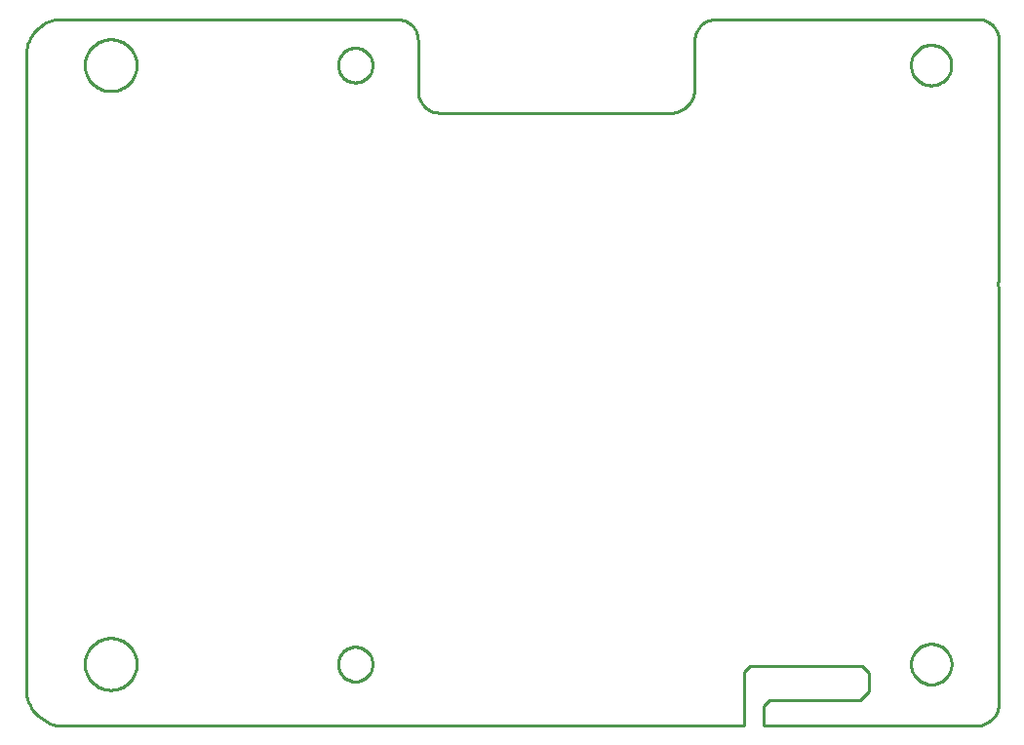
<source format=gbr>
G04 EAGLE Gerber RS-274X export*
G75*
%MOMM*%
%FSLAX34Y34*%
%LPD*%
%IN*%
%IPPOS*%
%AMOC8*
5,1,8,0,0,1.08239X$1,22.5*%
G01*
%ADD10C,0.254000*%


D10*
X87630Y114300D02*
X87960Y112646D01*
X88738Y109780D01*
X89763Y106993D01*
X91027Y104306D01*
X92521Y101739D01*
X94232Y99312D01*
X96149Y97043D01*
X98256Y94950D01*
X100537Y93049D01*
X102976Y91354D01*
X105553Y89877D01*
X108248Y88631D01*
X111042Y87625D01*
X113914Y86866D01*
X116840Y86360D01*
X710946Y86360D01*
X710946Y133096D01*
X716026Y138430D01*
X813308Y138430D01*
X819404Y132334D01*
X819404Y115824D01*
X812038Y108458D01*
X733298Y108458D01*
X728218Y103378D01*
X728218Y86360D01*
X910590Y86360D01*
X911644Y86304D01*
X913400Y86334D01*
X915146Y86517D01*
X916870Y86851D01*
X918559Y87335D01*
X920199Y87963D01*
X921777Y88732D01*
X923283Y89636D01*
X924704Y90668D01*
X926030Y91819D01*
X927251Y93082D01*
X928357Y94446D01*
X929339Y95902D01*
X930191Y97437D01*
X930906Y99042D01*
X931479Y100702D01*
X931905Y102406D01*
X932180Y104140D01*
X932180Y467360D01*
X931968Y467591D01*
X931778Y467840D01*
X931609Y468104D01*
X931464Y468382D01*
X931345Y468671D01*
X931250Y468970D01*
X931182Y469276D01*
X931142Y469587D01*
X931128Y469900D01*
X931142Y470213D01*
X931182Y470524D01*
X931250Y470830D01*
X931345Y471129D01*
X931464Y471418D01*
X931609Y471696D01*
X931778Y471960D01*
X931968Y472209D01*
X932180Y472440D01*
X932180Y680720D01*
X932224Y681988D01*
X932154Y683540D01*
X931950Y685080D01*
X931612Y686595D01*
X931143Y688076D01*
X930547Y689510D01*
X929828Y690887D01*
X928992Y692196D01*
X928045Y693427D01*
X926995Y694571D01*
X925848Y695619D01*
X924615Y696563D01*
X923304Y697395D01*
X921926Y698111D01*
X920490Y698704D01*
X919008Y699169D01*
X917492Y699503D01*
X915952Y699704D01*
X914400Y699770D01*
X687070Y699770D01*
X686100Y699761D01*
X684468Y699632D01*
X682854Y699362D01*
X681269Y698952D01*
X679726Y698406D01*
X678237Y697727D01*
X676812Y696920D01*
X675463Y695993D01*
X674201Y694952D01*
X673033Y693805D01*
X671970Y692560D01*
X671020Y691227D01*
X670190Y689817D01*
X669485Y688339D01*
X668912Y686806D01*
X668475Y685229D01*
X668177Y683619D01*
X668020Y681990D01*
X668020Y638810D01*
X667996Y638251D01*
X667812Y636432D01*
X667470Y634635D01*
X666973Y632875D01*
X666325Y631165D01*
X665530Y629517D01*
X664595Y627946D01*
X663526Y626462D01*
X662331Y625077D01*
X661021Y623801D01*
X659604Y622644D01*
X658092Y621615D01*
X656496Y620722D01*
X654829Y619971D01*
X653102Y619368D01*
X651329Y618919D01*
X649524Y618625D01*
X647700Y618490D01*
X448310Y618490D01*
X447665Y618469D01*
X445975Y618517D01*
X444296Y618711D01*
X442640Y619051D01*
X441021Y619534D01*
X439449Y620157D01*
X437938Y620914D01*
X436498Y621800D01*
X435142Y622807D01*
X433878Y623930D01*
X432716Y625158D01*
X431667Y626483D01*
X430736Y627894D01*
X429933Y629381D01*
X429262Y630932D01*
X428728Y632536D01*
X428337Y634181D01*
X428090Y635853D01*
X427990Y637540D01*
X427990Y681990D01*
X427949Y682923D01*
X427771Y684492D01*
X427457Y686040D01*
X427009Y687555D01*
X426430Y689025D01*
X425726Y690439D01*
X424901Y691786D01*
X423962Y693056D01*
X422916Y694239D01*
X421771Y695327D01*
X420535Y696311D01*
X419218Y697183D01*
X417830Y697937D01*
X416382Y698568D01*
X414884Y699070D01*
X413349Y699439D01*
X411787Y699673D01*
X410210Y699770D01*
X119380Y699770D01*
X118110Y699770D01*
X115401Y699596D01*
X112717Y699187D01*
X110078Y698545D01*
X107506Y697676D01*
X105020Y696586D01*
X102638Y695284D01*
X100378Y693779D01*
X98258Y692082D01*
X96294Y690208D01*
X94501Y688169D01*
X92893Y685982D01*
X91481Y683663D01*
X90277Y681229D01*
X89289Y678700D01*
X88526Y676095D01*
X87992Y673433D01*
X87693Y670734D01*
X87630Y668020D01*
X87630Y114300D01*
X183790Y659261D02*
X183720Y658000D01*
X183578Y656745D01*
X183367Y655501D01*
X183086Y654270D01*
X182736Y653056D01*
X182319Y651865D01*
X181836Y650698D01*
X181288Y649561D01*
X180678Y648456D01*
X180006Y647387D01*
X179275Y646357D01*
X178488Y645370D01*
X177647Y644428D01*
X176754Y643535D01*
X175812Y642694D01*
X174825Y641907D01*
X173796Y641176D01*
X172726Y640504D01*
X171621Y639894D01*
X170484Y639346D01*
X169317Y638863D01*
X168126Y638446D01*
X166912Y638096D01*
X165681Y637815D01*
X164437Y637604D01*
X163182Y637462D01*
X161921Y637392D01*
X160659Y637392D01*
X159398Y637462D01*
X158143Y637604D01*
X156899Y637815D01*
X155668Y638096D01*
X154454Y638446D01*
X153263Y638863D01*
X152096Y639346D01*
X150959Y639894D01*
X149854Y640504D01*
X148785Y641176D01*
X147755Y641907D01*
X146768Y642694D01*
X145826Y643535D01*
X144933Y644428D01*
X144092Y645370D01*
X143305Y646357D01*
X142574Y647387D01*
X141902Y648456D01*
X141292Y649561D01*
X140744Y650698D01*
X140261Y651865D01*
X139844Y653056D01*
X139494Y654270D01*
X139213Y655501D01*
X139002Y656745D01*
X138860Y658000D01*
X138790Y659261D01*
X138790Y660523D01*
X138860Y661784D01*
X139002Y663039D01*
X139213Y664283D01*
X139494Y665514D01*
X139844Y666728D01*
X140261Y667919D01*
X140744Y669086D01*
X141292Y670223D01*
X141902Y671328D01*
X142574Y672398D01*
X143305Y673427D01*
X144092Y674414D01*
X144933Y675356D01*
X145826Y676249D01*
X146768Y677090D01*
X147755Y677877D01*
X148785Y678608D01*
X149854Y679280D01*
X150959Y679890D01*
X152096Y680438D01*
X153263Y680921D01*
X154454Y681338D01*
X155668Y681688D01*
X156899Y681969D01*
X158143Y682180D01*
X159398Y682322D01*
X160659Y682392D01*
X161921Y682392D01*
X163182Y682322D01*
X164437Y682180D01*
X165681Y681969D01*
X166912Y681688D01*
X168126Y681338D01*
X169317Y680921D01*
X170484Y680438D01*
X171621Y679890D01*
X172726Y679280D01*
X173796Y678608D01*
X174825Y677877D01*
X175812Y677090D01*
X176754Y676249D01*
X177647Y675356D01*
X178488Y674414D01*
X179275Y673427D01*
X180006Y672398D01*
X180678Y671328D01*
X181288Y670223D01*
X181836Y669086D01*
X182319Y667919D01*
X182736Y666728D01*
X183086Y665514D01*
X183367Y664283D01*
X183578Y663039D01*
X183720Y661784D01*
X183790Y660523D01*
X183790Y659261D01*
X183790Y139323D02*
X183720Y138062D01*
X183578Y136807D01*
X183367Y135563D01*
X183086Y134332D01*
X182736Y133118D01*
X182319Y131927D01*
X181836Y130760D01*
X181288Y129623D01*
X180678Y128518D01*
X180006Y127449D01*
X179275Y126419D01*
X178488Y125432D01*
X177647Y124490D01*
X176754Y123597D01*
X175812Y122756D01*
X174825Y121969D01*
X173796Y121238D01*
X172726Y120566D01*
X171621Y119956D01*
X170484Y119408D01*
X169317Y118925D01*
X168126Y118508D01*
X166912Y118158D01*
X165681Y117877D01*
X164437Y117666D01*
X163182Y117524D01*
X161921Y117454D01*
X160659Y117454D01*
X159398Y117524D01*
X158143Y117666D01*
X156899Y117877D01*
X155668Y118158D01*
X154454Y118508D01*
X153263Y118925D01*
X152096Y119408D01*
X150959Y119956D01*
X149854Y120566D01*
X148785Y121238D01*
X147755Y121969D01*
X146768Y122756D01*
X145826Y123597D01*
X144933Y124490D01*
X144092Y125432D01*
X143305Y126419D01*
X142574Y127449D01*
X141902Y128518D01*
X141292Y129623D01*
X140744Y130760D01*
X140261Y131927D01*
X139844Y133118D01*
X139494Y134332D01*
X139213Y135563D01*
X139002Y136807D01*
X138860Y138062D01*
X138790Y139323D01*
X138790Y140585D01*
X138860Y141846D01*
X139002Y143101D01*
X139213Y144345D01*
X139494Y145576D01*
X139844Y146790D01*
X140261Y147981D01*
X140744Y149148D01*
X141292Y150285D01*
X141902Y151390D01*
X142574Y152460D01*
X143305Y153489D01*
X144092Y154476D01*
X144933Y155418D01*
X145826Y156311D01*
X146768Y157152D01*
X147755Y157939D01*
X148785Y158670D01*
X149854Y159342D01*
X150959Y159952D01*
X152096Y160500D01*
X153263Y160983D01*
X154454Y161400D01*
X155668Y161750D01*
X156899Y162031D01*
X158143Y162242D01*
X159398Y162384D01*
X160659Y162454D01*
X161921Y162454D01*
X163182Y162384D01*
X164437Y162242D01*
X165681Y162031D01*
X166912Y161750D01*
X168126Y161400D01*
X169317Y160983D01*
X170484Y160500D01*
X171621Y159952D01*
X172726Y159342D01*
X173796Y158670D01*
X174825Y157939D01*
X175812Y157152D01*
X176754Y156311D01*
X177647Y155418D01*
X178488Y154476D01*
X179275Y153489D01*
X180006Y152460D01*
X180678Y151390D01*
X181288Y150285D01*
X181836Y149148D01*
X182319Y147981D01*
X182736Y146790D01*
X183086Y145576D01*
X183367Y144345D01*
X183578Y143101D01*
X183720Y141846D01*
X183790Y140585D01*
X183790Y139323D01*
X891180Y139253D02*
X891105Y138106D01*
X890955Y136967D01*
X890731Y135840D01*
X890434Y134731D01*
X890065Y133643D01*
X889625Y132581D01*
X889117Y131551D01*
X888542Y130556D01*
X887904Y129601D01*
X887205Y128689D01*
X886447Y127825D01*
X885635Y127013D01*
X884771Y126255D01*
X883860Y125556D01*
X882904Y124918D01*
X881909Y124343D01*
X880879Y123835D01*
X879817Y123395D01*
X878730Y123026D01*
X877620Y122729D01*
X876493Y122505D01*
X875354Y122355D01*
X874207Y122280D01*
X873059Y122280D01*
X871912Y122355D01*
X870773Y122505D01*
X869646Y122729D01*
X868537Y123026D01*
X867449Y123395D01*
X866387Y123835D01*
X865357Y124343D01*
X864362Y124918D01*
X863407Y125556D01*
X862495Y126255D01*
X861631Y127013D01*
X860819Y127825D01*
X860061Y128689D01*
X859362Y129601D01*
X858724Y130556D01*
X858149Y131551D01*
X857641Y132581D01*
X857201Y133643D01*
X856832Y134731D01*
X856535Y135840D01*
X856311Y136967D01*
X856161Y138106D01*
X856086Y139253D01*
X856086Y140401D01*
X856161Y141548D01*
X856311Y142687D01*
X856535Y143814D01*
X856832Y144924D01*
X857201Y146011D01*
X857641Y147073D01*
X858149Y148103D01*
X858724Y149098D01*
X859362Y150054D01*
X860061Y150965D01*
X860819Y151829D01*
X861631Y152641D01*
X862495Y153399D01*
X863407Y154098D01*
X864362Y154736D01*
X865357Y155311D01*
X866387Y155819D01*
X867449Y156259D01*
X868537Y156628D01*
X869646Y156925D01*
X870773Y157149D01*
X871912Y157299D01*
X873059Y157374D01*
X874207Y157374D01*
X875354Y157299D01*
X876493Y157149D01*
X877620Y156925D01*
X878730Y156628D01*
X879817Y156259D01*
X880879Y155819D01*
X881909Y155311D01*
X882904Y154736D01*
X883860Y154098D01*
X884771Y153399D01*
X885635Y152641D01*
X886447Y151829D01*
X887205Y150965D01*
X887904Y150054D01*
X888542Y149098D01*
X889117Y148103D01*
X889625Y147073D01*
X890065Y146011D01*
X890434Y144924D01*
X890731Y143814D01*
X890955Y142687D01*
X891105Y141548D01*
X891180Y140401D01*
X891180Y139253D01*
X891053Y659368D02*
X890978Y658222D01*
X890828Y657083D01*
X890604Y655956D01*
X890307Y654846D01*
X889938Y653758D01*
X889498Y652697D01*
X888990Y651667D01*
X888415Y650672D01*
X887777Y649716D01*
X887078Y648805D01*
X886320Y647941D01*
X885508Y647129D01*
X884644Y646371D01*
X883733Y645672D01*
X882777Y645033D01*
X881782Y644459D01*
X880752Y643951D01*
X879690Y643511D01*
X878603Y643142D01*
X877493Y642845D01*
X876366Y642620D01*
X875227Y642471D01*
X874080Y642395D01*
X872932Y642395D01*
X871785Y642471D01*
X870646Y642620D01*
X869519Y642845D01*
X868410Y643142D01*
X867322Y643511D01*
X866260Y643951D01*
X865230Y644459D01*
X864235Y645033D01*
X863280Y645672D01*
X862368Y646371D01*
X861504Y647129D01*
X860692Y647941D01*
X859934Y648805D01*
X859235Y649716D01*
X858597Y650672D01*
X858022Y651667D01*
X857514Y652697D01*
X857074Y653758D01*
X856705Y654846D01*
X856408Y655956D01*
X856184Y657083D01*
X856034Y658222D01*
X855959Y659368D01*
X855959Y660517D01*
X856034Y661664D01*
X856184Y662803D01*
X856408Y663930D01*
X856705Y665039D01*
X857074Y666127D01*
X857514Y667189D01*
X858022Y668219D01*
X858597Y669214D01*
X859235Y670169D01*
X859934Y671081D01*
X860692Y671945D01*
X861504Y672757D01*
X862368Y673514D01*
X863280Y674214D01*
X864235Y674852D01*
X865230Y675427D01*
X866260Y675935D01*
X867322Y676374D01*
X868410Y676744D01*
X869519Y677041D01*
X870646Y677265D01*
X871785Y677415D01*
X872932Y677490D01*
X874080Y677490D01*
X875227Y677415D01*
X876366Y677265D01*
X877493Y677041D01*
X878603Y676744D01*
X879690Y676374D01*
X880752Y675935D01*
X881782Y675427D01*
X882777Y674852D01*
X883733Y674214D01*
X884644Y673514D01*
X885508Y672757D01*
X886320Y671945D01*
X887078Y671081D01*
X887777Y670169D01*
X888415Y669214D01*
X888990Y668219D01*
X889498Y667189D01*
X889938Y666127D01*
X890307Y665039D01*
X890604Y663930D01*
X890828Y662803D01*
X890978Y661664D01*
X891053Y660517D01*
X891053Y659368D01*
X388634Y659356D02*
X388558Y658288D01*
X388405Y657227D01*
X388177Y656180D01*
X387875Y655152D01*
X387501Y654148D01*
X387056Y653173D01*
X386542Y652233D01*
X385963Y651332D01*
X385321Y650474D01*
X384619Y649664D01*
X383862Y648907D01*
X383052Y648205D01*
X382194Y647563D01*
X381293Y646984D01*
X380353Y646470D01*
X379378Y646025D01*
X378374Y645651D01*
X377346Y645349D01*
X376299Y645121D01*
X375238Y644968D01*
X374170Y644892D01*
X373098Y644892D01*
X372030Y644968D01*
X370969Y645121D01*
X369922Y645349D01*
X368894Y645651D01*
X367890Y646025D01*
X366915Y646470D01*
X365975Y646984D01*
X365074Y647563D01*
X364216Y648205D01*
X363406Y648907D01*
X362649Y649664D01*
X361947Y650474D01*
X361305Y651332D01*
X360726Y652233D01*
X360212Y653173D01*
X359767Y654148D01*
X359393Y655152D01*
X359091Y656180D01*
X358863Y657227D01*
X358710Y658288D01*
X358634Y659356D01*
X358634Y660428D01*
X358710Y661496D01*
X358863Y662557D01*
X359091Y663604D01*
X359393Y664632D01*
X359767Y665636D01*
X360212Y666611D01*
X360726Y667551D01*
X361305Y668452D01*
X361947Y669310D01*
X362649Y670120D01*
X363406Y670877D01*
X364216Y671579D01*
X365074Y672221D01*
X365975Y672800D01*
X366915Y673314D01*
X367890Y673759D01*
X368894Y674133D01*
X369922Y674435D01*
X370969Y674663D01*
X372030Y674816D01*
X373098Y674892D01*
X374170Y674892D01*
X375238Y674816D01*
X376299Y674663D01*
X377346Y674435D01*
X378374Y674133D01*
X379378Y673759D01*
X380353Y673314D01*
X381293Y672800D01*
X382194Y672221D01*
X383052Y671579D01*
X383862Y670877D01*
X384619Y670120D01*
X385321Y669310D01*
X385963Y668452D01*
X386542Y667551D01*
X387056Y666611D01*
X387501Y665636D01*
X387875Y664632D01*
X388177Y663604D01*
X388405Y662557D01*
X388558Y661496D01*
X388634Y660428D01*
X388634Y659356D01*
X388634Y139291D02*
X388558Y138223D01*
X388405Y137162D01*
X388177Y136115D01*
X387875Y135087D01*
X387501Y134083D01*
X387056Y133108D01*
X386542Y132168D01*
X385963Y131267D01*
X385321Y130409D01*
X384619Y129599D01*
X383862Y128842D01*
X383052Y128140D01*
X382194Y127498D01*
X381293Y126919D01*
X380353Y126405D01*
X379378Y125960D01*
X378374Y125586D01*
X377346Y125284D01*
X376299Y125056D01*
X375238Y124903D01*
X374170Y124827D01*
X373098Y124827D01*
X372030Y124903D01*
X370969Y125056D01*
X369922Y125284D01*
X368894Y125586D01*
X367890Y125960D01*
X366915Y126405D01*
X365975Y126919D01*
X365074Y127498D01*
X364216Y128140D01*
X363406Y128842D01*
X362649Y129599D01*
X361947Y130409D01*
X361305Y131267D01*
X360726Y132168D01*
X360212Y133108D01*
X359767Y134083D01*
X359393Y135087D01*
X359091Y136115D01*
X358863Y137162D01*
X358710Y138223D01*
X358634Y139291D01*
X358634Y140363D01*
X358710Y141431D01*
X358863Y142492D01*
X359091Y143539D01*
X359393Y144567D01*
X359767Y145571D01*
X360212Y146546D01*
X360726Y147486D01*
X361305Y148387D01*
X361947Y149245D01*
X362649Y150055D01*
X363406Y150812D01*
X364216Y151514D01*
X365074Y152156D01*
X365975Y152735D01*
X366915Y153249D01*
X367890Y153694D01*
X368894Y154068D01*
X369922Y154370D01*
X370969Y154598D01*
X372030Y154751D01*
X373098Y154827D01*
X374170Y154827D01*
X375238Y154751D01*
X376299Y154598D01*
X377346Y154370D01*
X378374Y154068D01*
X379378Y153694D01*
X380353Y153249D01*
X381293Y152735D01*
X382194Y152156D01*
X383052Y151514D01*
X383862Y150812D01*
X384619Y150055D01*
X385321Y149245D01*
X385963Y148387D01*
X386542Y147486D01*
X387056Y146546D01*
X387501Y145571D01*
X387875Y144567D01*
X388177Y143539D01*
X388405Y142492D01*
X388558Y141431D01*
X388634Y140363D01*
X388634Y139291D01*
M02*

</source>
